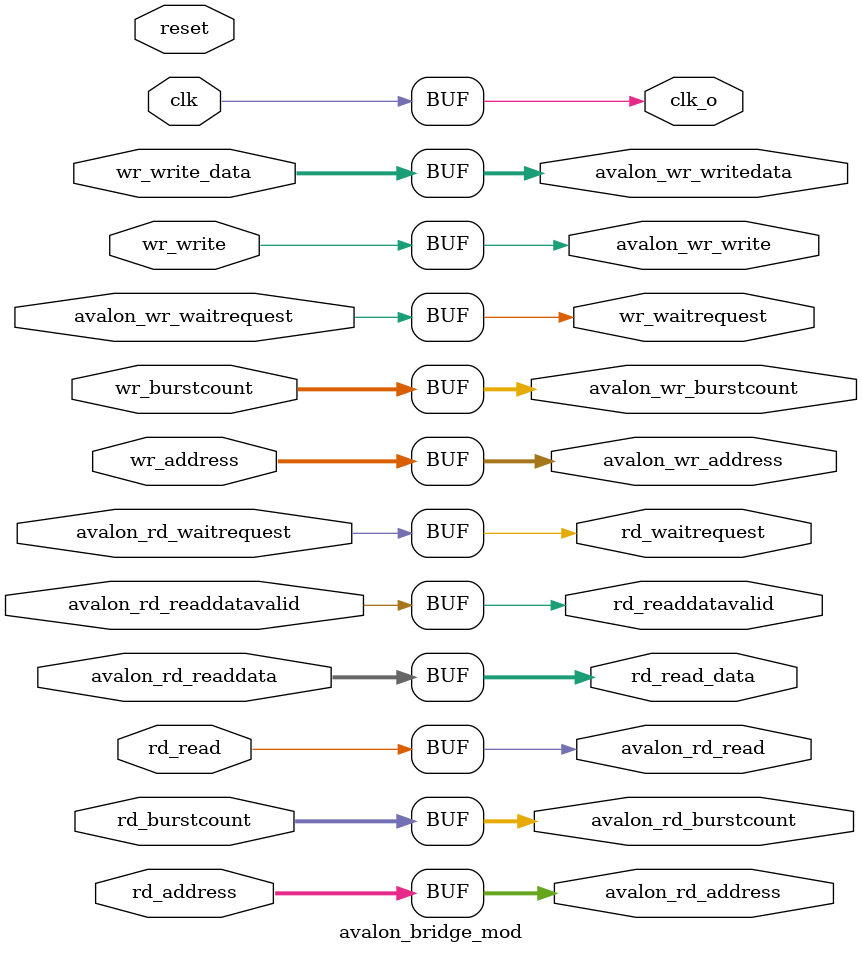
<source format=v>
module avalon_bridge_mod (
    // Inputs
    clk,
    reset,

    // Outputs
    clk_o,

    // Inputs from Avalon Switch Fabric
    avalon_rd_readdata,
    avalon_wr_waitrequest,
    avalon_rd_readdatavalid,
    avalon_rd_waitrequest,

    // Inputs from the master peripheral
    wr_address,
    rd_address,
    rd_read,
    wr_write,
    wr_write_data,
    wr_burstcount,
    rd_burstcount,

    // Bidirectionals

    // Outputs
    // Output to Avalon Switch Fabric
    avalon_wr_address,
    avalon_rd_address,
    avalon_rd_read,
    avalon_wr_write,
    avalon_wr_writedata,
    avalon_wr_burstcount,
    avalon_rd_burstcount,

    // Outputs to master peripheral
    wr_waitrequest,
    rd_waitrequest,
    rd_readdatavalid,
    rd_read_data
);


/*****************************************************************************
 *                           Parameter Declarations                          *
 *****************************************************************************/

parameter   AW  = 17;   // Address width
parameter   DW  = 16;   // Data width

/*****************************************************************************
 *                             Port Declarations                             *
 *****************************************************************************/
// Inputs
input                       clk;
input                       reset;

input                       avalon_wr_waitrequest;
input                       avalon_rd_waitrequest;
input                       avalon_rd_readdatavalid;
input           [(DW-1): 0] avalon_rd_readdata;

input           [(AW-1): 0] wr_address;
input           [(AW-1): 0] rd_address;
input                       wr_write;
input                       rd_read;
input           [(DW-1): 0] wr_write_data;
input           [5:0]       wr_burstcount;
input           [5:0]       rd_burstcount;

// Bidirectionals

// Outputs
output                  clk_o;

output      [(AW-1): 0] avalon_wr_address;
output      [(AW-1): 0] avalon_rd_address;
output                  avalon_rd_read;
output                  avalon_wr_write;
output      [(DW-1): 0] avalon_wr_writedata;
output      [5:0]       avalon_wr_burstcount;
output      [5:0]       avalon_rd_burstcount;

output                  wr_waitrequest;
output                  rd_waitrequest;
output                  rd_readdatavalid;
output      [(DW-1): 0] rd_read_data;

/*****************************************************************************
 *                           Constant Declarations                           *
 *****************************************************************************/

/*****************************************************************************
 *                 Internal Wires and Registers Declarations                 *
 *****************************************************************************/

// Internal Wires

// Internal Registers

// State Machine Registers

/*****************************************************************************
 *                         Finite State Machine(s)                           *
 *****************************************************************************/


/*****************************************************************************
 *                             Sequential Logic                              *
 *****************************************************************************/

/*****************************************************************************
 *                            Combinational Logic                            *
 *****************************************************************************/
assign clk_o                = clk;
assign avalon_wr_address    = wr_address;
assign avalon_rd_address    = rd_address;
assign avalon_wr_write      = wr_write;
assign avalon_rd_read       = rd_read;
assign avalon_wr_writedata  = wr_write_data;
assign avalon_wr_burstcount = wr_burstcount;
assign avalon_rd_burstcount = rd_burstcount;
assign rd_read_data         = avalon_rd_readdata;
assign wr_waitrequest       = avalon_wr_waitrequest;
assign rd_waitrequest       = avalon_rd_waitrequest;
assign rd_readdatavalid     = avalon_rd_readdatavalid;

/*****************************************************************************
 *                              Internal Modules                             *
 *****************************************************************************/

endmodule


</source>
